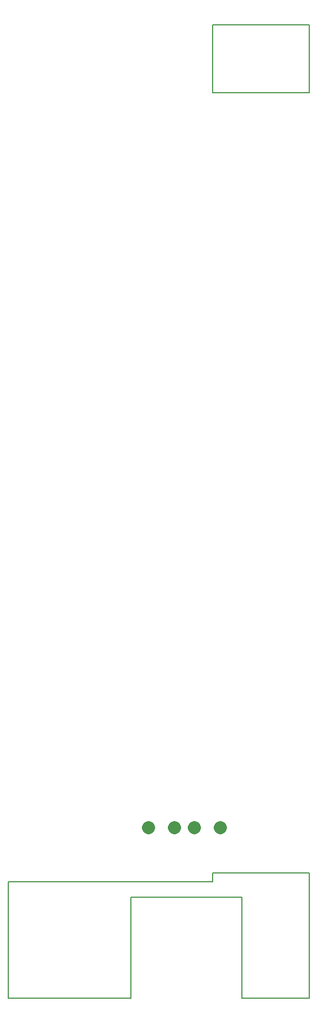
<source format=gbr>
%TF.GenerationSoftware,KiCad,Pcbnew,(6.0.6-0)*%
%TF.CreationDate,2022-07-01T09:40:15+02:00*%
%TF.ProjectId,leo_headphones,6c656f5f-6865-4616-9470-686f6e65732e,rev?*%
%TF.SameCoordinates,Original*%
%TF.FileFunction,Other,ECO1*%
%FSLAX46Y46*%
G04 Gerber Fmt 4.6, Leading zero omitted, Abs format (unit mm)*
G04 Created by KiCad (PCBNEW (6.0.6-0)) date 2022-07-01 09:40:15*
%MOMM*%
%LPD*%
G01*
G04 APERTURE LIST*
%ADD10C,0.150000*%
%ADD11C,2.000000*%
G04 APERTURE END LIST*
D10*
X172974000Y26705560D02*
X158170880Y26700480D01*
X158170880Y-104825800D02*
X126791720Y-104825800D01*
X158170880Y16250920D02*
X172974000Y16250920D01*
X158170880Y-103428800D02*
X158170880Y-104825800D01*
X172974000Y-122666760D02*
X172974000Y-103428800D01*
X126791720Y-122651520D02*
X145628360Y-122651520D01*
X126791720Y-104825800D02*
X126791720Y-122651520D01*
X158170880Y26700480D02*
X158170880Y16250920D01*
X162605720Y-122666760D02*
X172974000Y-122666760D01*
X162605720Y-107167680D02*
X162605720Y-122666760D01*
X172974000Y-103428800D02*
X158170880Y-103428800D01*
X145628360Y-107167680D02*
X162605720Y-107167680D01*
X172974000Y16250920D02*
X172974000Y26705560D01*
X145628360Y-122651520D02*
X145628360Y-107167680D01*
D11*
%TO.C,mouse-bite-2mm-slot*%
X155337500Y-96491200D02*
X155337500Y-96491200D01*
X159337500Y-96491200D02*
X159337500Y-96491200D01*
X148351300Y-96491400D02*
X148351300Y-96491400D01*
X152351300Y-96491400D02*
X152351300Y-96491400D01*
%TD*%
M02*

</source>
